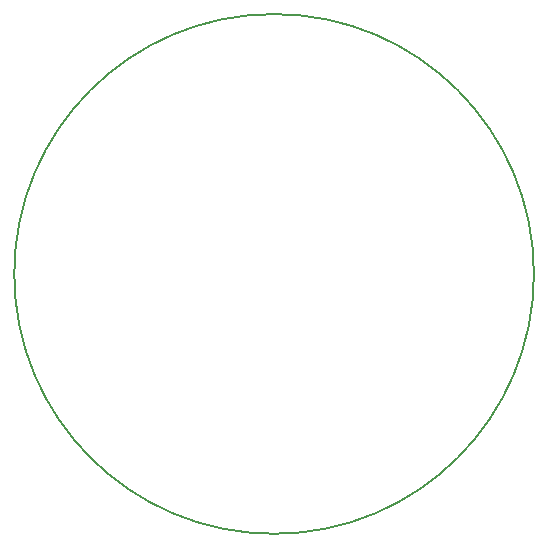
<source format=gm1>
G04 #@! TF.GenerationSoftware,KiCad,Pcbnew,6.0.9-8da3e8f707~116~ubuntu22.04.1*
G04 #@! TF.CreationDate,2022-11-08T11:27:41+01:00*
G04 #@! TF.ProjectId,PCB-Horloge,5043422d-486f-4726-9c6f-67652e6b6963,1.0*
G04 #@! TF.SameCoordinates,Original*
G04 #@! TF.FileFunction,Profile,NP*
%FSLAX46Y46*%
G04 Gerber Fmt 4.6, Leading zero omitted, Abs format (unit mm)*
G04 Created by KiCad (PCBNEW 6.0.9-8da3e8f707~116~ubuntu22.04.1) date 2022-11-08 11:27:41*
%MOMM*%
%LPD*%
G01*
G04 APERTURE LIST*
G04 #@! TA.AperFunction,Profile*
%ADD10C,0.200000*%
G04 #@! TD*
G04 APERTURE END LIST*
D10*
X159160000Y-91440000D02*
G75*
G03*
X159160000Y-91440000I-22000000J0D01*
G01*
M02*

</source>
